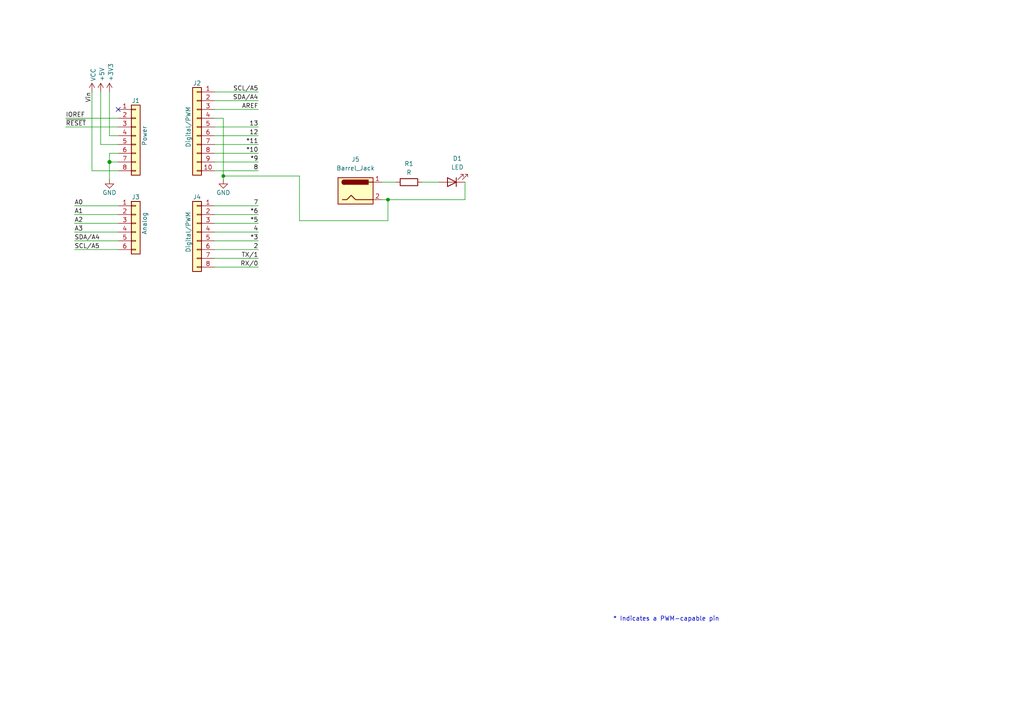
<source format=kicad_sch>
(kicad_sch (version 20230121) (generator eeschema)
  (paper "A4")
  (title_block (date "mar. 31 mars 2015"))
  (lib_symbols
    (symbol "Connector:Barrel_Jack" (pin_names (offset 1.016))
      (property "Reference" "J" (at 0 5.334 0))
      (property "Value" "Barrel_Jack" (at 0 -5.08 0))
      (symbol "Barrel_Jack_0_1"
        (rectangle (start -5.08 3.81) (end 5.08 -3.81) (stroke (width 0.254)) (fill (type background)))
        (arc (start -3.302 3.175) (mid -3.9343 2.54) (end -3.302 1.905) (stroke (width 0.254)))
        (arc (start -3.302 3.175) (mid -3.9343 2.54) (end -3.302 1.905) (stroke (width 0.254)) (fill (type outline)))
        (polyline (pts (xy 5.08 2.54) (xy 3.81 2.54)) (stroke (width 0.254)))
        (polyline (pts (xy -3.81 -2.54) (xy -2.54 -2.54) (xy -1.27 -1.27) (xy 0 -2.54) (xy 2.54 -2.54) (xy 5.08 -2.54)) (stroke (width 0.254)))
        (rectangle (start 3.683 3.175) (end -3.302 1.905) (stroke (width 0.254)) (fill (type outline)))
      )
      (symbol "Barrel_Jack_1_1"
        (pin passive line (at 7.62 2.54 180) (length 2.54) (name "~") (number "1"))
        (pin passive line (at 7.62 -2.54 180) (length 2.54) (name "~") (number "2"))
      )
    )
    (symbol "Connector_Generic:Conn_01x06" (pin_names (offset 1.016) hide)
      (property "Reference" "J" (at 0 7.62 0))
      (property "Value" "Conn_01x06" (at 0 -10.16 0))
      (symbol "Conn_01x06_1_1"
        (rectangle (start -1.27 -7.493) (end 0 -7.747) (stroke (width 0.1524)))
        (rectangle (start -1.27 -4.953) (end 0 -5.207) (stroke (width 0.1524)))
        (rectangle (start -1.27 -2.413) (end 0 -2.667) (stroke (width 0.1524)))
        (rectangle (start -1.27 0.127) (end 0 -0.127) (stroke (width 0.1524)))
        (rectangle (start -1.27 2.667) (end 0 2.413) (stroke (width 0.1524)))
        (rectangle (start -1.27 5.207) (end 0 4.953) (stroke (width 0.1524)))
        (rectangle (start -1.27 6.35) (end 1.27 -8.89) (stroke (width 0.254)) (fill (type background)))
        (pin passive line (at -5.08 5.08 0) (length 3.81) (name "Pin_1") (number "1"))
        (pin passive line (at -5.08 2.54 0) (length 3.81) (name "Pin_2") (number "2"))
        (pin passive line (at -5.08 0 0) (length 3.81) (name "Pin_3") (number "3"))
        (pin passive line (at -5.08 -2.54 0) (length 3.81) (name "Pin_4") (number "4"))
        (pin passive line (at -5.08 -5.08 0) (length 3.81) (name "Pin_5") (number "5"))
        (pin passive line (at -5.08 -7.62 0) (length 3.81) (name "Pin_6") (number "6"))
      )
    )
    (symbol "Connector_Generic:Conn_01x08" (pin_names (offset 1.016) hide)
      (property "Reference" "J" (at 0 10.16 0))
      (property "Value" "Conn_01x08" (at 0 -12.7 0))
      (symbol "Conn_01x08_1_1"
        (rectangle (start -1.27 -10.033) (end 0 -10.287) (stroke (width 0.1524)))
        (rectangle (start -1.27 -7.493) (end 0 -7.747) (stroke (width 0.1524)))
        (rectangle (start -1.27 -4.953) (end 0 -5.207) (stroke (width 0.1524)))
        (rectangle (start -1.27 -2.413) (end 0 -2.667) (stroke (width 0.1524)))
        (rectangle (start -1.27 0.127) (end 0 -0.127) (stroke (width 0.1524)))
        (rectangle (start -1.27 2.667) (end 0 2.413) (stroke (width 0.1524)))
        (rectangle (start -1.27 5.207) (end 0 4.953) (stroke (width 0.1524)))
        (rectangle (start -1.27 7.747) (end 0 7.493) (stroke (width 0.1524)))
        (rectangle (start -1.27 8.89) (end 1.27 -11.43) (stroke (width 0.254)) (fill (type background)))
        (pin passive line (at -5.08 7.62 0) (length 3.81) (name "Pin_1") (number "1"))
        (pin passive line (at -5.08 5.08 0) (length 3.81) (name "Pin_2") (number "2"))
        (pin passive line (at -5.08 2.54 0) (length 3.81) (name "Pin_3") (number "3"))
        (pin passive line (at -5.08 0 0) (length 3.81) (name "Pin_4") (number "4"))
        (pin passive line (at -5.08 -2.54 0) (length 3.81) (name "Pin_5") (number "5"))
        (pin passive line (at -5.08 -5.08 0) (length 3.81) (name "Pin_6") (number "6"))
        (pin passive line (at -5.08 -7.62 0) (length 3.81) (name "Pin_7") (number "7"))
        (pin passive line (at -5.08 -10.16 0) (length 3.81) (name "Pin_8") (number "8"))
      )
    )
    (symbol "Connector_Generic:Conn_01x10" (pin_names (offset 1.016) hide)
      (property "Reference" "J" (at 0 12.7 0))
      (property "Value" "Conn_01x10" (at 0 -15.24 0))
      (symbol "Conn_01x10_1_1"
        (rectangle (start -1.27 -12.573) (end 0 -12.827) (stroke (width 0.1524)))
        (rectangle (start -1.27 -10.033) (end 0 -10.287) (stroke (width 0.1524)))
        (rectangle (start -1.27 -7.493) (end 0 -7.747) (stroke (width 0.1524)))
        (rectangle (start -1.27 -4.953) (end 0 -5.207) (stroke (width 0.1524)))
        (rectangle (start -1.27 -2.413) (end 0 -2.667) (stroke (width 0.1524)))
        (rectangle (start -1.27 0.127) (end 0 -0.127) (stroke (width 0.1524)))
        (rectangle (start -1.27 2.667) (end 0 2.413) (stroke (width 0.1524)))
        (rectangle (start -1.27 5.207) (end 0 4.953) (stroke (width 0.1524)))
        (rectangle (start -1.27 7.747) (end 0 7.493) (stroke (width 0.1524)))
        (rectangle (start -1.27 10.287) (end 0 10.033) (stroke (width 0.1524)))
        (rectangle (start -1.27 11.43) (end 1.27 -13.97) (stroke (width 0.254)) (fill (type background)))
        (pin passive line (at -5.08 10.16 0) (length 3.81) (name "Pin_1") (number "1"))
        (pin passive line (at -5.08 -12.7 0) (length 3.81) (name "Pin_10") (number "10"))
        (pin passive line (at -5.08 7.62 0) (length 3.81) (name "Pin_2") (number "2"))
        (pin passive line (at -5.08 5.08 0) (length 3.81) (name "Pin_3") (number "3"))
        (pin passive line (at -5.08 2.54 0) (length 3.81) (name "Pin_4") (number "4"))
        (pin passive line (at -5.08 0 0) (length 3.81) (name "Pin_5") (number "5"))
        (pin passive line (at -5.08 -2.54 0) (length 3.81) (name "Pin_6") (number "6"))
        (pin passive line (at -5.08 -5.08 0) (length 3.81) (name "Pin_7") (number "7"))
        (pin passive line (at -5.08 -7.62 0) (length 3.81) (name "Pin_8") (number "8"))
        (pin passive line (at -5.08 -10.16 0) (length 3.81) (name "Pin_9") (number "9"))
      )
    )
    (symbol "Device:LED" (pin_numbers hide) (pin_names (offset 1.016) hide)
      (property "Reference" "D" (at 0 2.54 0))
      (property "Value" "LED" (at 0 -2.54 0))
      (symbol "LED_0_1"
        (polyline (pts (xy -1.27 -1.27) (xy -1.27 1.27)) (stroke (width 0.254)))
        (polyline (pts (xy -1.27 0) (xy 1.27 0)))
        (polyline (pts (xy 1.27 -1.27) (xy 1.27 1.27) (xy -1.27 0) (xy 1.27 -1.27)) (stroke (width 0.254)))
        (polyline (pts (xy -3.048 -0.762) (xy -4.572 -2.286) (xy -3.81 -2.286) (xy -4.572 -2.286) (xy -4.572 -1.524)))
        (polyline (pts (xy -1.778 -0.762) (xy -3.302 -2.286) (xy -2.54 -2.286) (xy -3.302 -2.286) (xy -3.302 -1.524)))
      )
      (symbol "LED_1_1"
        (pin passive line (at -3.81 0 0) (length 2.54) (name "K") (number "1"))
        (pin passive line (at 3.81 0 180) (length 2.54) (name "A") (number "2"))
      )
    )
    (symbol "Device:R" (pin_numbers hide) (pin_names (offset 0))
      (property "Reference" "R" (at 2.032 0 90))
      (property "Value" "R" (at 0 0 90))
      (symbol "R_0_1"
        (rectangle (start -1.016 -2.54) (end 1.016 2.54) (stroke (width 0.254)))
      )
      (symbol "R_1_1"
        (pin passive line (at 0 3.81 270) (length 1.27) (name "~") (number "1"))
        (pin passive line (at 0 -3.81 90) (length 1.27) (name "~") (number "2"))
      )
    )
    (symbol "power:+3V3" (power) (pin_names (offset 0))
      (property "Value" "+3V3" (at 0 3.556 0))
      (symbol "+3V3_0_1"
        (polyline (pts (xy -0.762 1.27) (xy 0 2.54)))
        (polyline (pts (xy 0 0) (xy 0 2.54)))
        (polyline (pts (xy 0 2.54) (xy 0.762 1.27)))
      )
      (symbol "+3V3_1_1"
        (pin power_in line (at 0 0 90) (length 0) hide (name "+3V3") (number "1"))
      )
    )
    (symbol "power:+5V" (power) (pin_names (offset 0))
      (property "Value" "+5V" (at 0 3.556 0))
      (symbol "+5V_0_1"
        (polyline (pts (xy -0.762 1.27) (xy 0 2.54)))
        (polyline (pts (xy 0 0) (xy 0 2.54)))
        (polyline (pts (xy 0 2.54) (xy 0.762 1.27)))
      )
      (symbol "+5V_1_1"
        (pin power_in line (at 0 0 90) (length 0) hide (name "+5V") (number "1"))
      )
    )
    (symbol "power:GND" (power) (pin_names (offset 0))
      (property "Value" "GND" (at 0 -3.81 0))
      (symbol "GND_0_1"
        (polyline (pts (xy 0 0) (xy 0 -1.27) (xy 1.27 -1.27) (xy 0 -2.54) (xy -1.27 -1.27) (xy 0 -1.27)))
      )
      (symbol "GND_1_1"
        (pin power_in line (at 0 0 270) (length 0) hide (name "GND") (number "1"))
      )
    )
    (symbol "power:VCC" (power) (pin_names (offset 0))
      (property "Value" "VCC" (at 0 3.81 0))
      (symbol "VCC_0_1"
        (polyline (pts (xy -0.762 1.27) (xy 0 2.54)))
        (polyline (pts (xy 0 0) (xy 0 2.54)))
        (polyline (pts (xy 0 2.54) (xy 0.762 1.27)))
      )
      (symbol "VCC_1_1"
        (pin power_in line (at 0 0 90) (length 0) hide (name "VCC") (number "1"))
      )
    )
  )
  (junction (at 31.75 46.99) (diameter 1.016))
  (junction (at 112.522 57.912))
  (junction (at 64.77 51.054))
  (no_connect (at 34.29 31.75))
  (wire (pts (xy 62.23 77.47) (xy 74.93 77.47)))
  (wire (pts (xy 62.23 44.45) (xy 74.93 44.45)))
  (wire (pts (xy 62.23 26.67) (xy 74.93 26.67)))
  (wire (pts (xy 31.75 44.45) (xy 31.75 46.99)))
  (wire (pts (xy 21.59 72.39) (xy 34.29 72.39)))
  (wire (pts (xy 31.75 46.99) (xy 31.75 52.07)))
  (wire (pts (xy 31.75 39.37) (xy 34.29 39.37)))
  (wire (pts (xy 29.21 41.91) (xy 34.29 41.91)))
  (wire (pts (xy 29.21 26.67) (xy 29.21 41.91)))
  (wire (pts (xy 62.23 36.83) (xy 74.93 36.83)))
  (wire (pts (xy 134.874 57.912) (xy 134.874 52.832)))
  (wire (pts (xy 31.75 26.67) (xy 31.75 39.37)))
  (wire (pts (xy 62.23 59.69) (xy 74.93 59.69)))
  (wire (pts (xy 34.29 59.69) (xy 21.59 59.69)))
  (wire (pts (xy 62.23 39.37) (xy 74.93 39.37)))
  (wire (pts (xy 62.23 62.23) (xy 74.93 62.23)))
  (wire (pts (xy 86.868 64.008) (xy 86.868 51.054)))
  (wire (pts (xy 110.744 52.832) (xy 114.808 52.832)))
  (wire (pts (xy 62.23 46.99) (xy 74.93 46.99)))
  (wire (pts (xy 62.23 67.31) (xy 74.93 67.31)))
  (wire (pts (xy 122.428 52.832) (xy 127.254 52.832)))
  (wire (pts (xy 19.05 34.29) (xy 34.29 34.29)))
  (wire (pts (xy 64.77 34.29) (xy 64.77 51.054)))
  (wire (pts (xy 62.23 31.75) (xy 74.93 31.75)))
  (wire (pts (xy 34.29 64.77) (xy 21.59 64.77)))
  (wire (pts (xy 19.05 36.83) (xy 34.29 36.83)))
  (wire (pts (xy 34.29 46.99) (xy 31.75 46.99)))
  (wire (pts (xy 64.77 51.054) (xy 64.77 52.07)))
  (wire (pts (xy 34.29 49.53) (xy 26.67 49.53)))
  (wire (pts (xy 21.59 62.23) (xy 34.29 62.23)))
  (wire (pts (xy 86.868 51.054) (xy 64.77 51.054)))
  (wire (pts (xy 62.23 34.29) (xy 64.77 34.29)))
  (wire (pts (xy 34.29 44.45) (xy 31.75 44.45)))
  (wire (pts (xy 62.23 41.91) (xy 74.93 41.91)))
  (wire (pts (xy 110.744 57.912) (xy 112.522 57.912)))
  (wire (pts (xy 62.23 64.77) (xy 74.93 64.77)))
  (wire (pts (xy 112.522 57.912) (xy 112.522 64.008)))
  (wire (pts (xy 21.59 67.31) (xy 34.29 67.31)))
  (wire (pts (xy 112.522 57.912) (xy 134.874 57.912)))
  (wire (pts (xy 62.23 29.21) (xy 74.93 29.21)))
  (wire (pts (xy 62.23 72.39) (xy 74.93 72.39)))
  (wire (pts (xy 62.23 69.85) (xy 74.93 69.85)))
  (wire (pts (xy 62.23 74.93) (xy 74.93 74.93)))
  (wire (pts (xy 26.67 49.53) (xy 26.67 26.67)))
  (wire (pts (xy 34.29 69.85) (xy 21.59 69.85)))
  (wire (pts (xy 112.522 64.008) (xy 86.868 64.008)))
  (wire (pts (xy 62.23 49.53) (xy 74.93 49.53)))
  (text "* Indicates a PWM-capable pin" (at 177.8 180.34 0) (effects (font (size 1.27 1.27)) (justify left bottom)))
  (label "RX{slash}0" (at 74.93 77.47 180))
  (label "A2" (at 21.59 64.77 0))
  (label "4" (at 74.93 67.31 180))
  (label "2" (at 74.93 72.39 180))
  (label "A3" (at 21.59 67.31 0))
  (label "13" (at 74.93 36.83 180))
  (label "12" (at 74.93 39.37 180))
  (label "~{RESET}" (at 19.05 36.83 0))
  (label "*10" (at 74.93 44.45 180))
  (label "7" (at 74.93 59.69 180))
  (label "SDA{slash}A4" (at 74.93 29.21 180))
  (label "8" (at 74.93 49.53 180))
  (label "*11" (at 74.93 41.91 180))
  (label "*3" (at 74.93 69.85 180))
  (label "A1" (at 21.59 62.23 0))
  (label "TX{slash}1" (at 74.93 74.93 180))
  (label "A0" (at 21.59 59.69 0))
  (label "AREF" (at 74.93 31.75 180))
  (label "Vin" (at 26.67 26.67 270))
  (label "*6" (at 74.93 62.23 180))
  (label "SCL{slash}A5" (at 74.93 26.67 180))
  (label "*9" (at 74.93 46.99 180))
  (label "*5" (at 74.93 64.77 180))
  (label "IOREF" (at 19.05 34.29 0))
  (label "SDA{slash}A4" (at 21.59 69.85 0))
  (label "SCL{slash}A5" (at 21.59 72.39 0))
  (symbol (lib_id "Connector_Generic:Conn_01x08") (at 39.37 39.37 0) (unit 1)
    (property "Reference" "J1" (at 39.37 29.21 0))
    (property "Value" "Power" (at 41.91 39.37 90))
    (property "Footprint" "Connector_PinSocket_2.54mm:PinSocket_1x08_P2.54mm_Vertical" (effects hide))
  )
  (symbol (lib_id "power:+3V3") (at 31.75 26.67 0) (unit 1)
    (property "Reference" "#PWR03" (effects hide))
    (property "Value" "+3.3V" (at 32.131 23.622 90) (effects (justify left)))
  )
  (symbol (lib_id "power:+5V") (at 29.21 26.67 0) (unit 1)
    (property "Reference" "#PWR02" (effects hide))
    (property "Value" "+5V" (at 29.5656 23.622 90) (effects (justify left)))
  )
  (symbol (lib_id "power:GND") (at 31.75 52.07 0) (unit 1)
    (property "Reference" "#PWR04" (effects hide))
    (property "Value" "GND" (at 31.75 55.88 0))
  )
  (symbol (lib_id "Connector_Generic:Conn_01x10") (at 57.15 36.83 0) (mirror y) (unit 1)
    (property "Reference" "J2" (at 57.15 24.13 0))
    (property "Value" "Digital/PWM" (at 54.61 36.83 90))
    (property "Footprint" "Connector_PinSocket_2.54mm:PinSocket_1x10_P2.54mm_Vertical" (effects hide))
  )
  (symbol (lib_id "power:GND") (at 64.77 52.07 0) (unit 1)
    (property "Reference" "#PWR05" (effects hide))
    (property "Value" "GND" (at 64.77 55.88 0))
  )
  (symbol (lib_id "Connector_Generic:Conn_01x06") (at 39.37 64.77 0) (unit 1)
    (property "Reference" "J3" (at 39.37 57.15 0))
    (property "Value" "Analog" (at 41.91 64.77 90))
    (property "Footprint" "Connector_PinSocket_2.54mm:PinSocket_1x06_P2.54mm_Vertical" (effects hide))
  )
  (symbol (lib_id "Connector_Generic:Conn_01x08") (at 57.15 67.31 0) (mirror y) (unit 1)
    (property "Reference" "J4" (at 57.15 57.15 0))
    (property "Value" "Digital/PWM" (at 54.61 67.31 90))
    (property "Footprint" "Connector_PinSocket_2.54mm:PinSocket_1x08_P2.54mm_Vertical" (effects hide))
  )
  (symbol (lib_id "Device:R") (at 118.618 52.832 90) (unit 1)
    (property "Reference" "R1" (at 118.618 47.498 90))
    (property "Value" "R" (at 118.618 50.038 90))
    (property "Footprint" "Resistor_THT:R_Axial_DIN0204_L3.6mm_D1.6mm_P7.62mm_Horizontal" (effects hide))
  )
  (symbol (lib_id "Connector:Barrel_Jack") (at 103.124 55.372 0) (unit 1)
    (property "Reference" "J5" (at 103.124 46.228 0))
    (property "Value" "Barrel_Jack" (at 103.124 48.768 0))
    (property "Footprint" "Connector_BarrelJack:BarrelJack_Horizontal" (effects hide))
  )
  (symbol (lib_id "Device:LED") (at 131.064 52.832 180) (unit 1)
    (property "Reference" "D1" (at 132.6515 45.974 0))
    (property "Value" "LED" (at 132.6515 48.514 0))
    (property "Footprint" "LED_THT:LED_D3.0mm" (effects hide))
  )
  (symbol (lib_id "power:VCC") (at 26.67 26.67 0) (unit 1)
    (property "Reference" "#PWR01" (effects hide))
    (property "Value" "VCC" (at 27.051 23.622 90) (effects (justify left)))
  )
)
</source>
